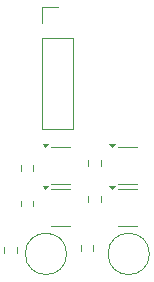
<source format=gbr>
%TF.GenerationSoftware,KiCad,Pcbnew,7.0.11*%
%TF.CreationDate,2025-12-11T10:01:47-05:00*%
%TF.ProjectId,clock_hbridge_fix,636c6f63-6b5f-4686-9272-696467655f66,rev?*%
%TF.SameCoordinates,Original*%
%TF.FileFunction,Legend,Top*%
%TF.FilePolarity,Positive*%
%FSLAX46Y46*%
G04 Gerber Fmt 4.6, Leading zero omitted, Abs format (unit mm)*
G04 Created by KiCad (PCBNEW 7.0.11) date 2025-12-11 10:01:47*
%MOMM*%
%LPD*%
G01*
G04 APERTURE LIST*
%ADD10C,0.120000*%
G04 APERTURE END LIST*
D10*
%TO.C,R5*%
X19910000Y-33962258D02*
X19910000Y-33487742D01*
X18865000Y-33962258D02*
X18865000Y-33487742D01*
%TO.C,TP2*%
X22750000Y-38000000D02*
G75*
G03*
X19250000Y-38000000I-1750000J0D01*
G01*
X19250000Y-38000000D02*
G75*
G03*
X22750000Y-38000000I1750000J0D01*
G01*
%TO.C,TP1*%
X29750000Y-38000000D02*
G75*
G03*
X26250000Y-38000000I-1750000J0D01*
G01*
X26250000Y-38000000D02*
G75*
G03*
X29750000Y-38000000I1750000J0D01*
G01*
%TO.C,J2*%
X23330000Y-19730000D02*
X23330000Y-27410000D01*
X20670000Y-18460000D02*
X20670000Y-17130000D01*
X20670000Y-27410000D02*
X23330000Y-27410000D01*
X20670000Y-19730000D02*
X23330000Y-19730000D01*
X20670000Y-17130000D02*
X22000000Y-17130000D01*
X20670000Y-19730000D02*
X20670000Y-27410000D01*
%TO.C,R6*%
X17477500Y-37437742D02*
X17477500Y-37912258D01*
X18522500Y-37437742D02*
X18522500Y-37912258D01*
%TO.C,R4*%
X18865000Y-30487742D02*
X18865000Y-30962258D01*
X19910000Y-30487742D02*
X19910000Y-30962258D01*
%TO.C,R3*%
X24577500Y-33137742D02*
X24577500Y-33612258D01*
X25622500Y-33137742D02*
X25622500Y-33612258D01*
%TO.C,R2*%
X25622500Y-30537258D02*
X25622500Y-30062742D01*
X24577500Y-30537258D02*
X24577500Y-30062742D01*
%TO.C,R1*%
X25022500Y-37737258D02*
X25022500Y-37262742D01*
X23977500Y-37737258D02*
X23977500Y-37262742D01*
%TO.C,Q4*%
X20950000Y-32540000D02*
X20710000Y-32210000D01*
X21190000Y-32210000D01*
X20950000Y-32540000D01*
G36*
X20950000Y-32540000D02*
G01*
X20710000Y-32210000D01*
X21190000Y-32210000D01*
X20950000Y-32540000D01*
G37*
X22250000Y-32490000D02*
X21450000Y-32490000D01*
X22250000Y-32490000D02*
X23050000Y-32490000D01*
X22250000Y-35610000D02*
X21450000Y-35610000D01*
X22250000Y-35610000D02*
X23050000Y-35610000D01*
%TO.C,Q3*%
X22250000Y-32060000D02*
X23050000Y-32060000D01*
X22250000Y-32060000D02*
X21450000Y-32060000D01*
X22250000Y-28940000D02*
X23050000Y-28940000D01*
X22250000Y-28940000D02*
X21450000Y-28940000D01*
X20950000Y-28990000D02*
X20710000Y-28660000D01*
X21190000Y-28660000D01*
X20950000Y-28990000D01*
G36*
X20950000Y-28990000D02*
G01*
X20710000Y-28660000D01*
X21190000Y-28660000D01*
X20950000Y-28990000D01*
G37*
%TO.C,Q2*%
X27887500Y-35610000D02*
X28687500Y-35610000D01*
X27887500Y-35610000D02*
X27087500Y-35610000D01*
X27887500Y-32490000D02*
X28687500Y-32490000D01*
X27887500Y-32490000D02*
X27087500Y-32490000D01*
X26587500Y-32540000D02*
X26347500Y-32210000D01*
X26827500Y-32210000D01*
X26587500Y-32540000D01*
G36*
X26587500Y-32540000D02*
G01*
X26347500Y-32210000D01*
X26827500Y-32210000D01*
X26587500Y-32540000D01*
G37*
%TO.C,Q1*%
X27887500Y-32060000D02*
X28687500Y-32060000D01*
X27887500Y-32060000D02*
X27087500Y-32060000D01*
X27887500Y-28940000D02*
X28687500Y-28940000D01*
X27887500Y-28940000D02*
X27087500Y-28940000D01*
X26587500Y-28990000D02*
X26347500Y-28660000D01*
X26827500Y-28660000D01*
X26587500Y-28990000D01*
G36*
X26587500Y-28990000D02*
G01*
X26347500Y-28660000D01*
X26827500Y-28660000D01*
X26587500Y-28990000D01*
G37*
%TD*%
M02*

</source>
